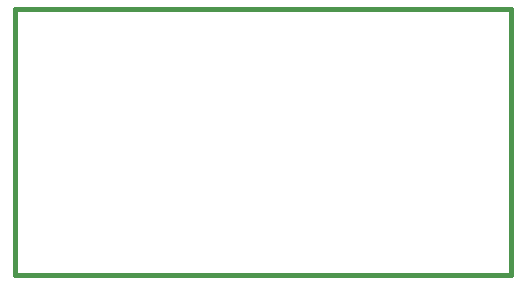
<source format=gko>
%FSLAX33Y33*%
%MOMM*%
%ADD10C,0.381*%
D10*
%LNpath-0*%
G01*
X0Y0D02*
X42000Y0D01*
X42000Y22500*
X0Y22500*
X0Y0*
%LNmechanical details_traces*%
M02*
</source>
